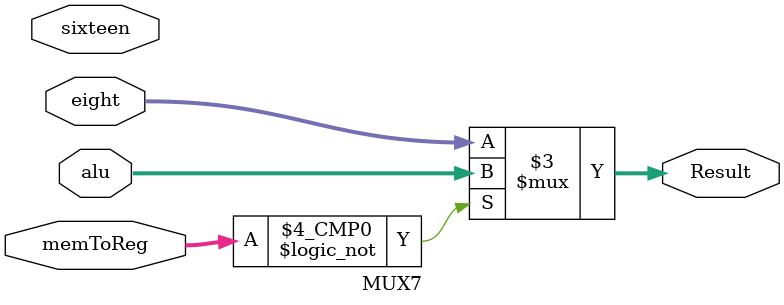
<source format=v>
module MUX7(input [31:0] alu,eight,sixteen,
		  input [1:0] memToReg,
		  output [31:0] Result);
always @(*)
begin
	case (memToReg)
		//ALU Result
		2'b0: Result = alu;
		//16 bit sign extended
		2'b0: Result = sixteen;
		//8 bit zero extended
		default: Result = eight;
	endcase
end
endmodule

</source>
